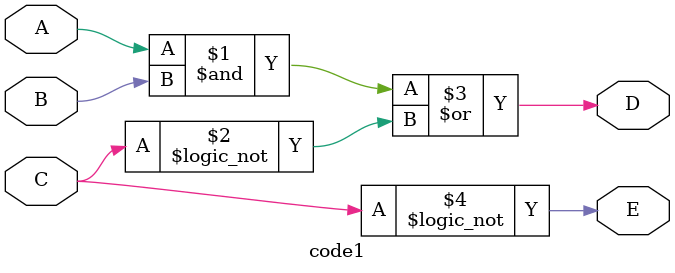
<source format=v>
module code1(D, E, A, B, C);
  output D, E;
  input A, B, C;
  
  assign D = (A & B) | (!C);
  assign E = (!C);
  
endmodule

</source>
